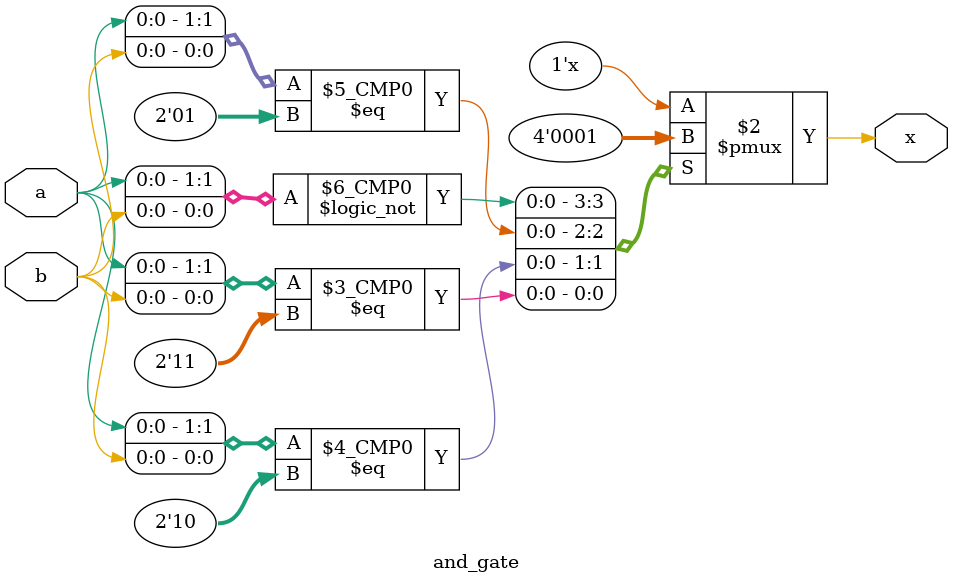
<source format=sv>
module and_gate(input logic a, input logic b, output logic x);
  // assign x = a & b;

  always_comb begin
    case ({a, b})
      2'b00: x = 1'b0;
      2'b01: x = 1'b0;
      2'b10: x = 1'b0;
      2'b11: x = 1'b1;
    endcase
  end
endmodule

</source>
